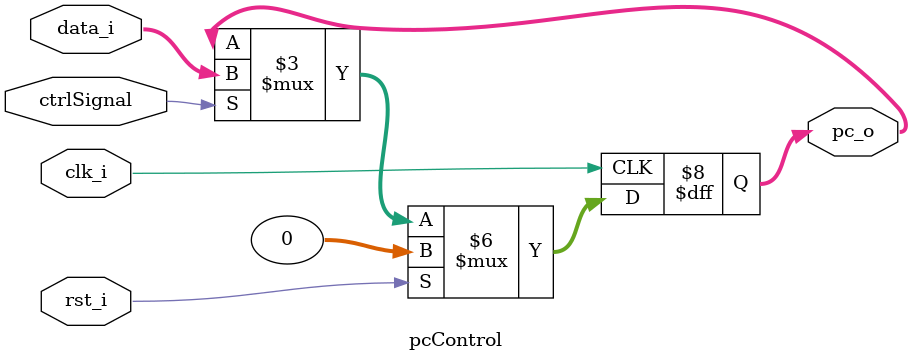
<source format=v>
module pcControl (
    input               clk_i,
    input               rst_i,
    input               ctrlSignal,
    input       [31:0]  data_i,

    output  reg [31:0]  pc_o
);

always @(posedge clk_i) begin
    if (rst_i) 
        pc_o    <=  32'h0;
    else if (ctrlSignal)
        pc_o    <=  data_i;
    else 
        pc_o    <=  pc_o;
end
    
endmodule
</source>
